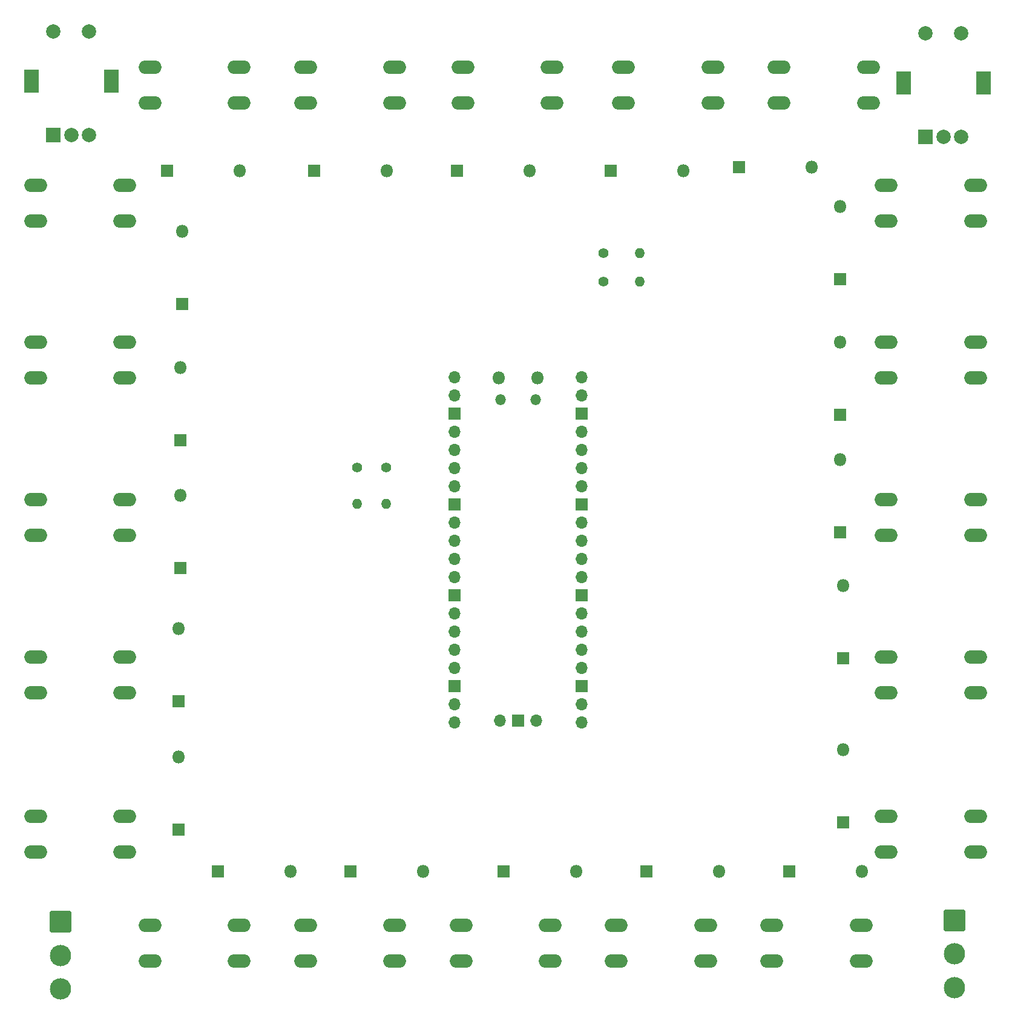
<source format=gts>
G04 #@! TF.GenerationSoftware,KiCad,Pcbnew,8.0.3*
G04 #@! TF.CreationDate,2024-07-18T12:32:46+02:00*
G04 #@! TF.ProjectId,MFD,4d46442e-6b69-4636-9164-5f7063625858,1.0*
G04 #@! TF.SameCoordinates,Original*
G04 #@! TF.FileFunction,Soldermask,Top*
G04 #@! TF.FilePolarity,Negative*
%FSLAX46Y46*%
G04 Gerber Fmt 4.6, Leading zero omitted, Abs format (unit mm)*
G04 Created by KiCad (PCBNEW 8.0.3) date 2024-07-18 12:32:46*
%MOMM*%
%LPD*%
G01*
G04 APERTURE LIST*
G04 Aperture macros list*
%AMRoundRect*
0 Rectangle with rounded corners*
0 $1 Rounding radius*
0 $2 $3 $4 $5 $6 $7 $8 $9 X,Y pos of 4 corners*
0 Add a 4 corners polygon primitive as box body*
4,1,4,$2,$3,$4,$5,$6,$7,$8,$9,$2,$3,0*
0 Add four circle primitives for the rounded corners*
1,1,$1+$1,$2,$3*
1,1,$1+$1,$4,$5*
1,1,$1+$1,$6,$7*
1,1,$1+$1,$8,$9*
0 Add four rect primitives between the rounded corners*
20,1,$1+$1,$2,$3,$4,$5,0*
20,1,$1+$1,$4,$5,$6,$7,0*
20,1,$1+$1,$6,$7,$8,$9,0*
20,1,$1+$1,$8,$9,$2,$3,0*%
G04 Aperture macros list end*
%ADD10R,1.800000X1.800000*%
%ADD11O,1.800000X1.800000*%
%ADD12O,3.200000X1.900000*%
%ADD13C,1.400000*%
%ADD14O,1.400000X1.400000*%
%ADD15R,2.000000X2.000000*%
%ADD16C,2.000000*%
%ADD17R,2.000000X3.200000*%
%ADD18RoundRect,0.102000X-1.387500X-1.387500X1.387500X-1.387500X1.387500X1.387500X-1.387500X1.387500X0*%
%ADD19C,2.979000*%
%ADD20O,1.500000X1.500000*%
%ADD21O,1.700000X1.700000*%
%ADD22R,1.700000X1.700000*%
G04 APERTURE END LIST*
D10*
X156500000Y-92080000D03*
D11*
X156500000Y-81920000D03*
D10*
X64000000Y-115660000D03*
D11*
X64000000Y-105500000D03*
D12*
X116000000Y-152000000D03*
X103500000Y-152000000D03*
X116000000Y-147000000D03*
X103500000Y-147000000D03*
X163000000Y-131750000D03*
X175500000Y-131750000D03*
X163000000Y-136750000D03*
X175500000Y-136750000D03*
D10*
X88000000Y-139500000D03*
D11*
X98160000Y-139500000D03*
D12*
X163000000Y-87500000D03*
X175500000Y-87500000D03*
X163000000Y-92500000D03*
X175500000Y-92500000D03*
D13*
X89000000Y-82960000D03*
D14*
X89000000Y-88040000D03*
D12*
X148000000Y-27000000D03*
X160500000Y-27000000D03*
X148000000Y-32000000D03*
X160500000Y-32000000D03*
X163000000Y-43500000D03*
X175500000Y-43500000D03*
X163000000Y-48500000D03*
X175500000Y-48500000D03*
X94250000Y-152000000D03*
X81750000Y-152000000D03*
X94250000Y-147000000D03*
X81750000Y-147000000D03*
X44000000Y-43500000D03*
X56500000Y-43500000D03*
X44000000Y-48500000D03*
X56500000Y-48500000D03*
D10*
X149420000Y-139500000D03*
D11*
X159580000Y-139500000D03*
D13*
X123460000Y-57000000D03*
D14*
X128540000Y-57000000D03*
D12*
X163000000Y-109500000D03*
X175500000Y-109500000D03*
X163000000Y-114500000D03*
X175500000Y-114500000D03*
D10*
X156500000Y-56660000D03*
D11*
X156500000Y-46500000D03*
D10*
X69500000Y-139500000D03*
D11*
X79660000Y-139500000D03*
D10*
X157000000Y-132580000D03*
D11*
X157000000Y-122420000D03*
D12*
X163000000Y-65500000D03*
X175500000Y-65500000D03*
X163000000Y-70500000D03*
X175500000Y-70500000D03*
D15*
X46500000Y-36500000D03*
D16*
X51500000Y-36500000D03*
X49000000Y-36500000D03*
D17*
X43400000Y-29000000D03*
X54600000Y-29000000D03*
D16*
X51500000Y-22000000D03*
X46500000Y-22000000D03*
D10*
X109500000Y-139500000D03*
D11*
X119660000Y-139500000D03*
D13*
X93000000Y-83000000D03*
D14*
X93000000Y-88080000D03*
D10*
X102920000Y-41500000D03*
D11*
X113080000Y-41500000D03*
D10*
X62420000Y-41500000D03*
D11*
X72580000Y-41500000D03*
D12*
X44000000Y-65500000D03*
X56500000Y-65500000D03*
X44000000Y-70500000D03*
X56500000Y-70500000D03*
D18*
X172500000Y-146300000D03*
D19*
X172500000Y-151000000D03*
X172500000Y-155700000D03*
D12*
X126250000Y-27000000D03*
X138750000Y-27000000D03*
X126250000Y-32000000D03*
X138750000Y-32000000D03*
D10*
X64250000Y-79160000D03*
D11*
X64250000Y-69000000D03*
D10*
X157000000Y-109660000D03*
D11*
X157000000Y-99500000D03*
D10*
X156500000Y-75660000D03*
D11*
X156500000Y-65500000D03*
D10*
X82920000Y-41500000D03*
D11*
X93080000Y-41500000D03*
D10*
X129420000Y-139500000D03*
D11*
X139580000Y-139500000D03*
D15*
X168500000Y-36750000D03*
D16*
X173500000Y-36750000D03*
X171000000Y-36750000D03*
D17*
X165400000Y-29250000D03*
X176600000Y-29250000D03*
D16*
X173500000Y-22250000D03*
X168500000Y-22250000D03*
D12*
X60000000Y-27000000D03*
X72500000Y-27000000D03*
X60000000Y-32000000D03*
X72500000Y-32000000D03*
X44000000Y-109500000D03*
X56500000Y-109500000D03*
X44000000Y-114500000D03*
X56500000Y-114500000D03*
X159500000Y-152000000D03*
X147000000Y-152000000D03*
X159500000Y-147000000D03*
X147000000Y-147000000D03*
X72500000Y-152000000D03*
X60000000Y-152000000D03*
X72500000Y-147000000D03*
X60000000Y-147000000D03*
D10*
X142420000Y-41000000D03*
D11*
X152580000Y-41000000D03*
D12*
X103750000Y-27000000D03*
X116250000Y-27000000D03*
X103750000Y-32000000D03*
X116250000Y-32000000D03*
X44000000Y-131750000D03*
X56500000Y-131750000D03*
X44000000Y-136750000D03*
X56500000Y-136750000D03*
D10*
X64250000Y-97080000D03*
D11*
X64250000Y-86920000D03*
D18*
X47500000Y-146500000D03*
D19*
X47500000Y-151200000D03*
X47500000Y-155900000D03*
D12*
X81750000Y-27000000D03*
X94250000Y-27000000D03*
X81750000Y-32000000D03*
X94250000Y-32000000D03*
X137750000Y-152000000D03*
X125250000Y-152000000D03*
X137750000Y-147000000D03*
X125250000Y-147000000D03*
D13*
X123460000Y-53000000D03*
D14*
X128540000Y-53000000D03*
D10*
X64500000Y-60160000D03*
D11*
X64500000Y-50000000D03*
D10*
X64000000Y-133660000D03*
D11*
X64000000Y-123500000D03*
D10*
X124420000Y-41500000D03*
D11*
X134580000Y-41500000D03*
D12*
X44000000Y-87500000D03*
X56500000Y-87500000D03*
X44000000Y-92500000D03*
X56500000Y-92500000D03*
D11*
X114225000Y-70500000D03*
D20*
X113925000Y-73530000D03*
X109075000Y-73530000D03*
D11*
X108775000Y-70500000D03*
D21*
X120390000Y-70370000D03*
X120390000Y-72910000D03*
D22*
X120390000Y-75450000D03*
D21*
X120390000Y-77990000D03*
X120390000Y-80530000D03*
X120390000Y-83070000D03*
X120390000Y-85610000D03*
D22*
X120390000Y-88150000D03*
D21*
X120390000Y-90690000D03*
X120390000Y-93230000D03*
X120390000Y-95770000D03*
X120390000Y-98310000D03*
D22*
X120390000Y-100850000D03*
D21*
X120390000Y-103390000D03*
X120390000Y-105930000D03*
X120390000Y-108470000D03*
X120390000Y-111010000D03*
D22*
X120390000Y-113550000D03*
D21*
X120390000Y-116090000D03*
X120390000Y-118630000D03*
X102610000Y-118630000D03*
X102610000Y-116090000D03*
D22*
X102610000Y-113550000D03*
D21*
X102610000Y-111010000D03*
X102610000Y-108470000D03*
X102610000Y-105930000D03*
X102610000Y-103390000D03*
D22*
X102610000Y-100850000D03*
D21*
X102610000Y-98310000D03*
X102610000Y-95770000D03*
X102610000Y-93230000D03*
X102610000Y-90690000D03*
D22*
X102610000Y-88150000D03*
D21*
X102610000Y-85610000D03*
X102610000Y-83070000D03*
X102610000Y-80530000D03*
X102610000Y-77990000D03*
D22*
X102610000Y-75450000D03*
D21*
X102610000Y-72910000D03*
X102610000Y-70370000D03*
X114040000Y-118400000D03*
D22*
X111500000Y-118400000D03*
D21*
X108960000Y-118400000D03*
M02*

</source>
